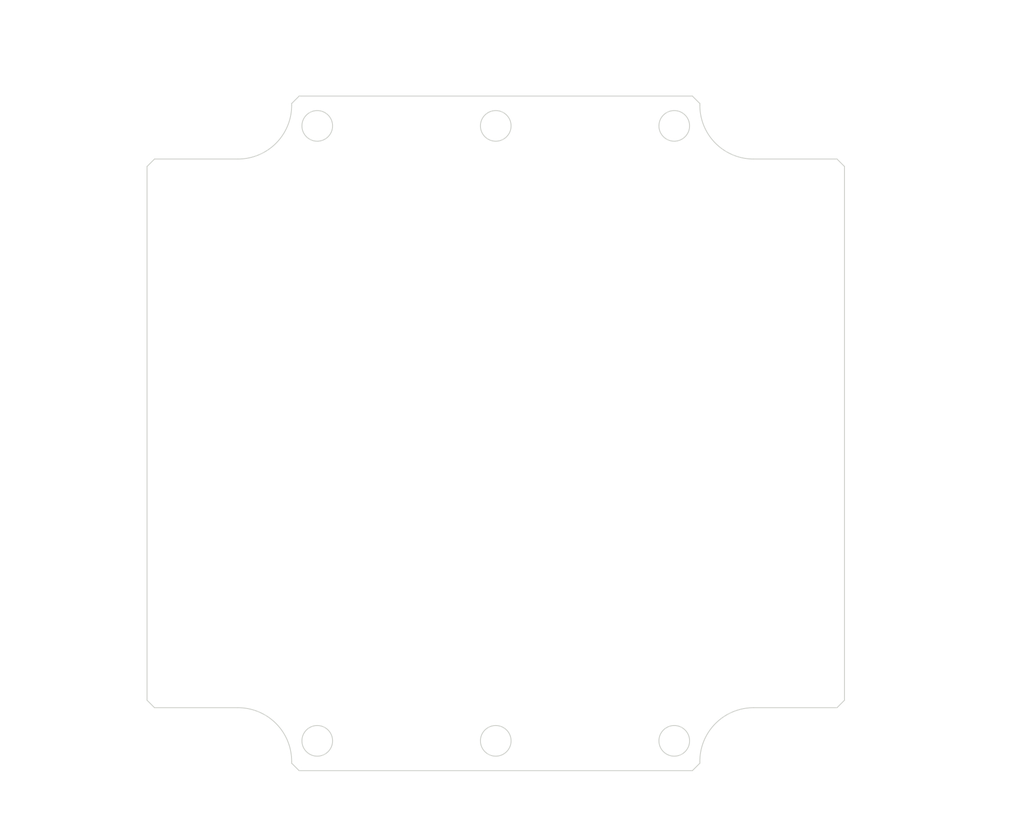
<source format=kicad_pcb>
(kicad_pcb (version 20171130) (host pcbnew "(5.1.0)-1")

  (general
    (thickness 1.6)
    (drawings 116)
    (tracks 0)
    (zones 0)
    (modules 0)
    (nets 1)
  )

  (page A4)
  (layers
    (0 F.Cu signal)
    (31 B.Cu signal)
    (32 B.Adhes user)
    (33 F.Adhes user)
    (34 B.Paste user)
    (35 F.Paste user)
    (36 B.SilkS user)
    (37 F.SilkS user)
    (38 B.Mask user)
    (39 F.Mask user)
    (40 Dwgs.User user)
    (41 Cmts.User user)
    (42 Eco1.User user)
    (43 Eco2.User user)
    (44 Edge.Cuts user)
    (45 Margin user)
    (46 B.CrtYd user)
    (47 F.CrtYd user)
    (48 B.Fab user)
    (49 F.Fab user)
  )

  (setup
    (last_trace_width 0.25)
    (trace_clearance 0.2)
    (zone_clearance 0.508)
    (zone_45_only no)
    (trace_min 0.2)
    (via_size 0.8)
    (via_drill 0.4)
    (via_min_size 0.4)
    (via_min_drill 0.3)
    (uvia_size 0.3)
    (uvia_drill 0.1)
    (uvias_allowed no)
    (uvia_min_size 0.2)
    (uvia_min_drill 0.1)
    (edge_width 0.05)
    (segment_width 0.2)
    (pcb_text_width 0.3)
    (pcb_text_size 1.5 1.5)
    (mod_edge_width 0.12)
    (mod_text_size 1 1)
    (mod_text_width 0.15)
    (pad_size 1.524 1.524)
    (pad_drill 0.762)
    (pad_to_mask_clearance 0.051)
    (solder_mask_min_width 0.25)
    (aux_axis_origin 0 0)
    (visible_elements FFFFFF7F)
    (pcbplotparams
      (layerselection 0x010fc_ffffffff)
      (usegerberextensions false)
      (usegerberattributes false)
      (usegerberadvancedattributes false)
      (creategerberjobfile false)
      (excludeedgelayer true)
      (linewidth 0.152400)
      (plotframeref false)
      (viasonmask false)
      (mode 1)
      (useauxorigin false)
      (hpglpennumber 1)
      (hpglpenspeed 20)
      (hpglpendiameter 15.000000)
      (psnegative false)
      (psa4output false)
      (plotreference true)
      (plotvalue true)
      (plotinvisibletext false)
      (padsonsilk false)
      (subtractmaskfromsilk false)
      (outputformat 1)
      (mirror false)
      (drillshape 1)
      (scaleselection 1)
      (outputdirectory ""))
  )

  (net 0 "")

  (net_class Default "This is the default net class."
    (clearance 0.2)
    (trace_width 0.25)
    (via_dia 0.8)
    (via_drill 0.4)
    (uvia_dia 0.3)
    (uvia_drill 0.1)
  )

  (gr_line (start 61.063814 -172.859763) (end 43.296514 -172.859763) (layer Edge.Cuts) (width 0.2))
  (gr_arc (start 61.063814 -184.289763) (end 61.063814 -172.859763) (angle -90) (layer Edge.Cuts) (width 0.2))
  (gr_line (start 72.493814 -184.683463) (end 72.493814 -184.289763) (layer Edge.Cuts) (width 0.2))
  (gr_line (start 157.799714 -186.270963) (end 74.081314 -186.270963) (layer Edge.Cuts) (width 0.2))
  (gr_line (start 159.387214 -184.289763) (end 159.387214 -184.683463) (layer Edge.Cuts) (width 0.2))
  (gr_arc (start 170.817214 -184.289763) (end 159.387214 -184.289763) (angle -90) (layer Edge.Cuts) (width 0.2))
  (gr_line (start 188.584514 -172.859763) (end 170.817214 -172.859763) (layer Edge.Cuts) (width 0.2))
  (gr_line (start 190.172014 -57.581863) (end 190.172014 -171.272263) (layer Edge.Cuts) (width 0.2))
  (gr_line (start 170.817214 -55.994363) (end 188.584514 -55.994363) (layer Edge.Cuts) (width 0.2))
  (gr_arc (start 170.817214 -44.564363) (end 170.817214 -55.994363) (angle -90) (layer Edge.Cuts) (width 0.2))
  (gr_line (start 159.387214 -44.170663) (end 159.387214 -44.564363) (layer Edge.Cuts) (width 0.2))
  (gr_line (start 74.081314 -42.583163) (end 157.799714 -42.583163) (layer Edge.Cuts) (width 0.2))
  (gr_line (start 72.493814 -44.564363) (end 72.493814 -44.170663) (layer Edge.Cuts) (width 0.2))
  (gr_arc (start 61.063814 -44.564363) (end 72.493814 -44.564363) (angle -90) (layer Edge.Cuts) (width 0.2))
  (gr_line (start 43.296514 -55.994363) (end 61.063814 -55.994363) (layer Edge.Cuts) (width 0.2))
  (gr_circle (center 77.942114 -179.920963) (end 81.206014 -179.920963) (layer Edge.Cuts) (width 0.2))
  (gr_circle (center 115.940514 -179.920963) (end 119.204414 -179.920963) (layer Edge.Cuts) (width 0.2))
  (gr_circle (center 153.938914 -179.920963) (end 157.202814 -179.920963) (layer Edge.Cuts) (width 0.2))
  (gr_circle (center 115.940514 -48.933163) (end 119.204414 -48.933163) (layer Edge.Cuts) (width 0.2))
  (gr_circle (center 153.938914 -48.933163) (end 157.202814 -48.933163) (layer Edge.Cuts) (width 0.2))
  (gr_circle (center 77.942114 -48.933163) (end 81.206014 -48.933163) (layer Edge.Cuts) (width 0.2))
  (gr_line (start 41.709014 -171.272263) (end 41.709014 -57.581863) (layer Edge.Cuts) (width 0.2))
  (gr_line (start 41.709014 -171.272263) (end 43.296514 -172.859763) (layer Edge.Cuts) (width 0.2))
  (gr_line (start 72.493814 -184.683463) (end 74.081314 -186.270963) (layer Edge.Cuts) (width 0.2))
  (gr_line (start 157.799714 -186.270963) (end 159.387214 -184.683463) (layer Edge.Cuts) (width 0.2))
  (gr_line (start 188.584514 -172.859763) (end 190.172014 -171.272263) (layer Edge.Cuts) (width 0.2))
  (gr_line (start 190.172014 -57.581863) (end 188.584514 -55.994363) (layer Edge.Cuts) (width 0.2))
  (gr_line (start 159.387214 -44.170663) (end 157.799714 -42.583163) (layer Edge.Cuts) (width 0.2))
  (gr_line (start 74.081314 -42.583163) (end 72.493814 -44.170663) (layer Edge.Cuts) (width 0.2))
  (gr_line (start 43.296514 -55.994363) (end 41.709014 -57.581863) (layer Edge.Cuts) (width 0.2))
  (gr_text [.25] (at 63.989422 -190.791988) (layer Dwgs.User)
    (effects (font (size 2 1.8) (thickness 0.25)))
  )
  (gr_text " 6.35" (at 63.989422 -194.695535) (layer Dwgs.User)
    (effects (font (size 2 1.8) (thickness 0.25)))
  )
  (gr_line (start 58.138262 -192.873707) (end 60.138262 -192.873707) (layer Dwgs.User) (width 0.2))
  (gr_line (start 58.138262 -186.270963) (end 58.138262 -192.873707) (layer Dwgs.User) (width 0.2))
  (gr_line (start 58.138262 -181.920963) (end 58.138262 -184.270963) (layer Dwgs.User) (width 0.2))
  (gr_line (start 76.942114 -179.920963) (end 54.963262 -179.920963) (layer Dwgs.User) (width 0.2))
  (gr_line (start 73.081314 -186.270963) (end 54.963262 -186.270963) (layer Dwgs.User) (width 0.2))
  (gr_line (start 77.942114 -48.843163) (end 77.942114 -49.023163) (layer Dwgs.User) (width 0.2))
  (gr_line (start 77.852114 -48.933163) (end 78.032114 -48.933163) (layer Dwgs.User) (width 0.2))
  (gr_text " ∅6.53\n[∅0.26]" (at 63.468256 -36.328092) (layer Dwgs.User)
    (effects (font (size 2 1.8) (thickness 0.25)))
  )
  (gr_line (start 70.664573 -36.328092) (end 75.310164 -44.374492) (layer Dwgs.User) (width 0.2))
  (gr_line (start 68.664573 -36.328092) (end 70.664573 -36.328092) (layer Dwgs.User) (width 0.2))
  (gr_text [R0.45] (at 73.853163 -61.931022) (layer Dwgs.User)
    (effects (font (size 2 1.8) (thickness 0.25)))
  )
  (gr_text " R11.43" (at 73.853163 -65.834569) (layer Dwgs.User)
    (effects (font (size 2 1.8) (thickness 0.25)))
  )
  (gr_line (start 66.149352 -64.012741) (end 64.461376 -57.557495) (layer Dwgs.User) (width 0.2))
  (gr_line (start 68.223695 -64.012741) (end 66.149352 -64.012741) (layer Dwgs.User) (width 0.2))
  (gr_text "1.59 X 45.0° Chamfer" (at 10.407149 -52.462967) (layer Dwgs.User)
    (effects (font (size 2 1.8) (thickness 0.25)) (justify left bottom))
  )
  (gr_line (start 40.282042 -53.497266) (end 37.782042 -53.497266) (layer Dwgs.User) (width 0.2))
  (gr_line (start 41.104341 -54.715816) (end 40.282042 -53.497266) (layer Dwgs.User) (width 0.2))
  (gr_line (start 40.689882 -54.995501) (end 41.5188 -54.436132) (layer Dwgs.User) (width 0.2))
  (gr_line (start 42.502764 -56.788113) (end 40.689882 -54.995501) (layer Dwgs.User) (width 0.2))
  (gr_line (start 41.5188 -54.436132) (end 42.502764 -56.788113) (layer Dwgs.User) (width 0.2))
  (gr_line (start 40.689883 -54.995503) (end 41.518802 -54.43613) (layer Dwgs.User) (width 0.2))
  (gr_line (start 42.502765 -56.788115) (end 40.689883 -54.995503) (layer Dwgs.User) (width 0.2))
  (gr_line (start 41.518802 -54.43613) (end 42.502765 -56.788115) (layer Dwgs.User) (width 0.2))
  (gr_line (start 41.104341 -54.715816) (end 42.502764 -56.788113) (layer Dwgs.User) (width 0.2))
  (gr_text [1.43] (at 172.055464 -34.351444) (layer Dwgs.User)
    (effects (font (size 2 1.8) (thickness 0.25)))
  )
  (gr_text " 36.23" (at 172.055464 -38.254991) (layer Dwgs.User)
    (effects (font (size 2 1.8) (thickness 0.25)))
  )
  (gr_line (start 155.938914 -36.433163) (end 167.434863 -36.433163) (layer Dwgs.User) (width 0.2))
  (gr_line (start 188.172014 -36.433163) (end 176.676064 -36.433163) (layer Dwgs.User) (width 0.2))
  (gr_line (start 153.938914 -47.933163) (end 153.938914 -33.258163) (layer Dwgs.User) (width 0.2))
  (gr_line (start 190.172014 -56.581863) (end 190.172014 -33.258163) (layer Dwgs.User) (width 0.2))
  (gr_text [1.50] (at 134.939714 -34.351444) (layer Dwgs.User)
    (effects (font (size 2 1.8) (thickness 0.25)))
  )
  (gr_text " 38.00" (at 134.939714 -38.254991) (layer Dwgs.User)
    (effects (font (size 2 1.8) (thickness 0.25)))
  )
  (gr_line (start 151.938914 -36.433163) (end 139.556903 -36.433163) (layer Dwgs.User) (width 0.2))
  (gr_line (start 117.940514 -36.433163) (end 130.322524 -36.433163) (layer Dwgs.User) (width 0.2))
  (gr_line (start 153.938914 -47.933163) (end 153.938914 -33.258163) (layer Dwgs.User) (width 0.2))
  (gr_line (start 115.940514 -47.933163) (end 115.940514 -33.258163) (layer Dwgs.User) (width 0.2))
  (gr_text [1.50] (at 96.941314 -34.351444) (layer Dwgs.User)
    (effects (font (size 2 1.8) (thickness 0.25)))
  )
  (gr_text " 38.00" (at 96.941314 -38.254991) (layer Dwgs.User)
    (effects (font (size 2 1.8) (thickness 0.25)))
  )
  (gr_line (start 113.940514 -36.433163) (end 101.558503 -36.433163) (layer Dwgs.User) (width 0.2))
  (gr_line (start 79.942114 -36.433163) (end 92.324124 -36.433163) (layer Dwgs.User) (width 0.2))
  (gr_line (start 115.940514 -47.933163) (end 115.940514 -33.258163) (layer Dwgs.User) (width 0.2))
  (gr_line (start 77.942114 -47.933163) (end 77.942114 -33.258163) (layer Dwgs.User) (width 0.2))
  (gr_text [5.16] (at 90.442114 -112.345344) (layer Dwgs.User)
    (effects (font (size 2 1.8) (thickness 0.25)))
  )
  (gr_text " 130.99" (at 90.442114 -116.248891) (layer Dwgs.User)
    (effects (font (size 2 1.8) (thickness 0.25)))
  )
  (gr_line (start 90.442114 -50.933163) (end 90.442114 -110.523516) (layer Dwgs.User) (width 0.2))
  (gr_line (start 90.442114 -177.920963) (end 90.442114 -118.33061) (layer Dwgs.User) (width 0.2))
  (gr_line (start 78.942114 -48.933163) (end 93.617114 -48.933163) (layer Dwgs.User) (width 0.2))
  (gr_line (start 78.942114 -179.920963) (end 93.617114 -179.920963) (layer Dwgs.User) (width 0.2))
  (gr_text [.53] (at 201.084514 -177.483644) (layer Dwgs.User)
    (effects (font (size 2 1.8) (thickness 0.25)))
  )
  (gr_text " 13.41" (at 201.084514 -181.387191) (layer Dwgs.User)
    (effects (font (size 2 1.8) (thickness 0.25)))
  )
  (gr_line (start 201.084514 -184.270963) (end 201.084514 -183.46891) (layer Dwgs.User) (width 0.2))
  (gr_line (start 201.084514 -174.859763) (end 201.084514 -175.661816) (layer Dwgs.User) (width 0.2))
  (gr_line (start 158.799714 -186.270963) (end 204.259514 -186.270963) (layer Dwgs.User) (width 0.2))
  (gr_line (start 189.584514 -172.859763) (end 204.259514 -172.859763) (layer Dwgs.User) (width 0.2))
  (gr_text [4.60] (at 208.584514 -112.345344) (layer Dwgs.User)
    (effects (font (size 2 1.8) (thickness 0.25)))
  )
  (gr_text " 116.87" (at 208.584514 -116.248209) (layer Dwgs.User)
    (effects (font (size 2 1.8) (thickness 0.25)))
  )
  (gr_line (start 208.584514 -57.994363) (end 208.584514 -110.524198) (layer Dwgs.User) (width 0.2))
  (gr_line (start 208.584514 -170.859763) (end 208.584514 -118.329928) (layer Dwgs.User) (width 0.2))
  (gr_line (start 189.584514 -55.994363) (end 211.759514 -55.994363) (layer Dwgs.User) (width 0.2))
  (gr_line (start 189.584514 -172.859763) (end 211.759514 -172.859763) (layer Dwgs.User) (width 0.2))
  (gr_text [5.66] (at 222.799714 -112.345344) (layer Dwgs.User)
    (effects (font (size 2 1.8) (thickness 0.25)))
  )
  (gr_text " 143.69" (at 222.799714 -116.248891) (layer Dwgs.User)
    (effects (font (size 2 1.8) (thickness 0.25)))
  )
  (gr_line (start 222.799714 -44.583163) (end 222.799714 -110.523516) (layer Dwgs.User) (width 0.2))
  (gr_line (start 222.799714 -184.270963) (end 222.799714 -118.33061) (layer Dwgs.User) (width 0.2))
  (gr_line (start 158.799714 -42.583163) (end 225.974714 -42.583163) (layer Dwgs.User) (width 0.2))
  (gr_line (start 158.799714 -186.270963) (end 225.974714 -186.270963) (layer Dwgs.User) (width 0.2))
  (gr_text [1.21] (at 174.779614 -191.363903) (layer Dwgs.User)
    (effects (font (size 2 1.8) (thickness 0.25)))
  )
  (gr_text " 30.78" (at 174.779614 -195.26745) (layer Dwgs.User)
    (effects (font (size 2 1.8) (thickness 0.25)))
  )
  (gr_line (start 188.172014 -193.445622) (end 179.40226 -193.445622) (layer Dwgs.User) (width 0.2))
  (gr_line (start 161.387214 -193.445622) (end 170.156967 -193.445622) (layer Dwgs.User) (width 0.2))
  (gr_line (start 190.172014 -172.272263) (end 190.172014 -196.620622) (layer Dwgs.User) (width 0.2))
  (gr_line (start 159.387214 -185.683463) (end 159.387214 -196.620622) (layer Dwgs.User) (width 0.2))
  (gr_text [3.42] (at 115.940514 -191.363903) (layer Dwgs.User)
    (effects (font (size 2 1.8) (thickness 0.25)))
  )
  (gr_text " 86.89" (at 115.940514 -195.266767) (layer Dwgs.User)
    (effects (font (size 2 1.8) (thickness 0.25)))
  )
  (gr_line (start 74.493814 -193.445622) (end 111.317867 -193.445622) (layer Dwgs.User) (width 0.2))
  (gr_line (start 157.387214 -193.445622) (end 120.56316 -193.445622) (layer Dwgs.User) (width 0.2))
  (gr_line (start 72.493814 -185.289763) (end 72.493814 -196.620622) (layer Dwgs.User) (width 0.2))
  (gr_line (start 159.387214 -185.683463) (end 159.387214 -196.620622) (layer Dwgs.User) (width 0.2))
  (gr_text [5.84] (at 115.940514 -201.224885) (layer Dwgs.User)
    (effects (font (size 2 1.8) (thickness 0.25)))
  )
  (gr_text " 148.46" (at 115.940514 -205.12775) (layer Dwgs.User)
    (effects (font (size 2 1.8) (thickness 0.25)))
  )
  (gr_line (start 188.172014 -203.306604) (end 121.337376 -203.306604) (layer Dwgs.User) (width 0.2))
  (gr_line (start 43.709014 -203.306604) (end 110.543651 -203.306604) (layer Dwgs.User) (width 0.2))
  (gr_line (start 190.172014 -172.272263) (end 190.172014 -206.481604) (layer Dwgs.User) (width 0.2))
  (gr_line (start 41.709014 -172.272263) (end 41.709014 -206.481604) (layer Dwgs.User) (width 0.2))

)

</source>
